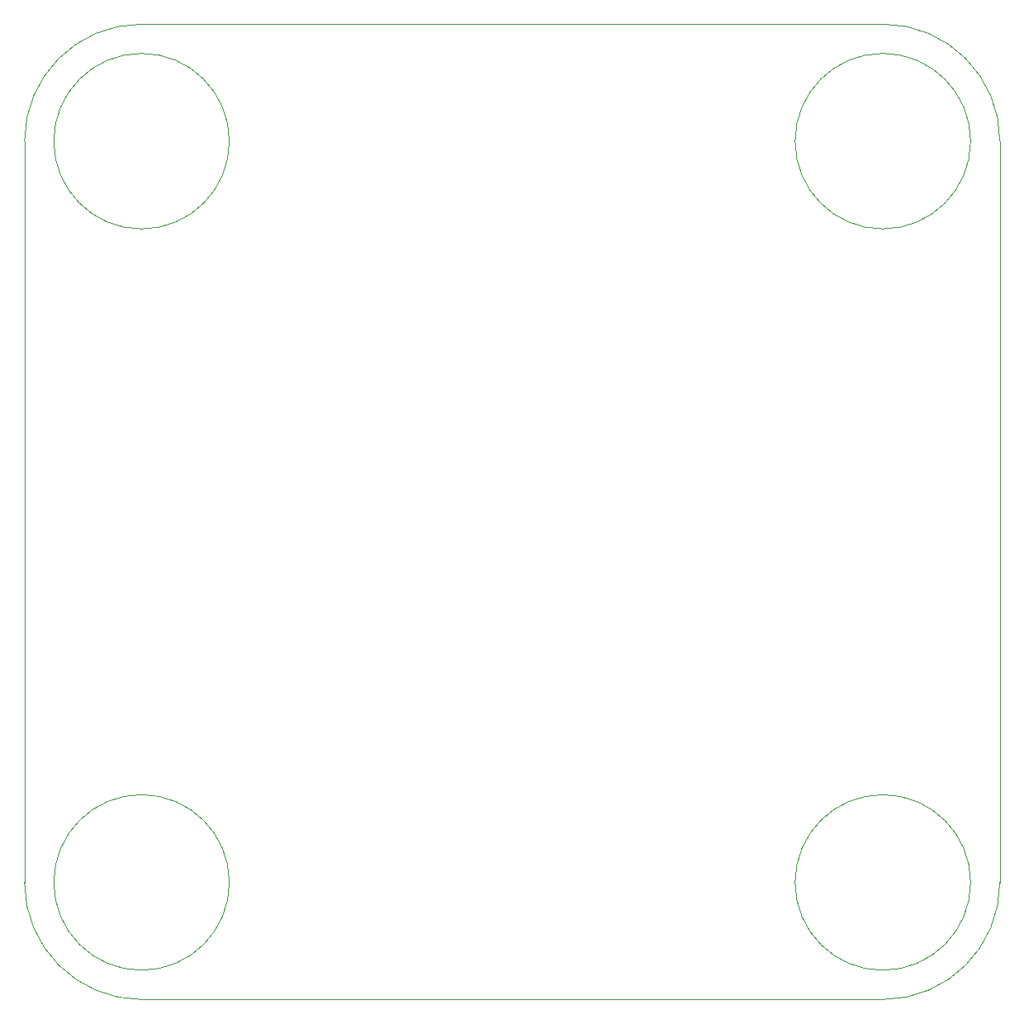
<source format=gbr>
%TF.GenerationSoftware,Altium Limited,Altium Designer,20.1.8 (145)*%
G04 Layer_Color=16711935*
%FSLAX45Y45*%
%MOMM*%
%TF.SameCoordinates,5961E689-EF10-4C47-967A-3E799B42680D*%
%TF.FilePolarity,Positive*%
%TF.FileFunction,Other,Mechanical_1*%
%TF.Part,Single*%
G01*
G75*
%TA.AperFunction,NonConductor*%
%ADD78C,0.02540*%
D78*
X-2900000Y-3800000D02*
G03*
X-2900000Y-3800000I-900000J0D01*
G01*
X4700000D02*
G03*
X4700000Y-3800000I-900000J0D01*
G01*
X-5000000D02*
G03*
X-3800000Y-5000000I1200000J0D01*
G01*
X-2900000Y3800000D02*
G03*
X-2900000Y3800000I-900000J0D01*
G01*
X4700000D02*
G03*
X4700000Y3800000I-900000J0D01*
G01*
X5000000D02*
G03*
X3800000Y5000000I-1200000J0D01*
G01*
Y-5000000D02*
G03*
X5000000Y-3800000I0J1200000D01*
G01*
X-3800000Y5000000D02*
G03*
X-5000000Y3800000I0J-1200000D01*
G01*
X-5000002Y-3800000D02*
X-5000000Y3800000D01*
X-3800000Y-5000001D02*
X3800000Y-5000000D01*
X4999998Y-3800000D02*
X5000000Y3800000D01*
X-3800000Y4999999D02*
X3800000Y5000000D01*
%TF.MD5,ac18e28711718dbca91c061d2e76f5c0*%
M02*

</source>
